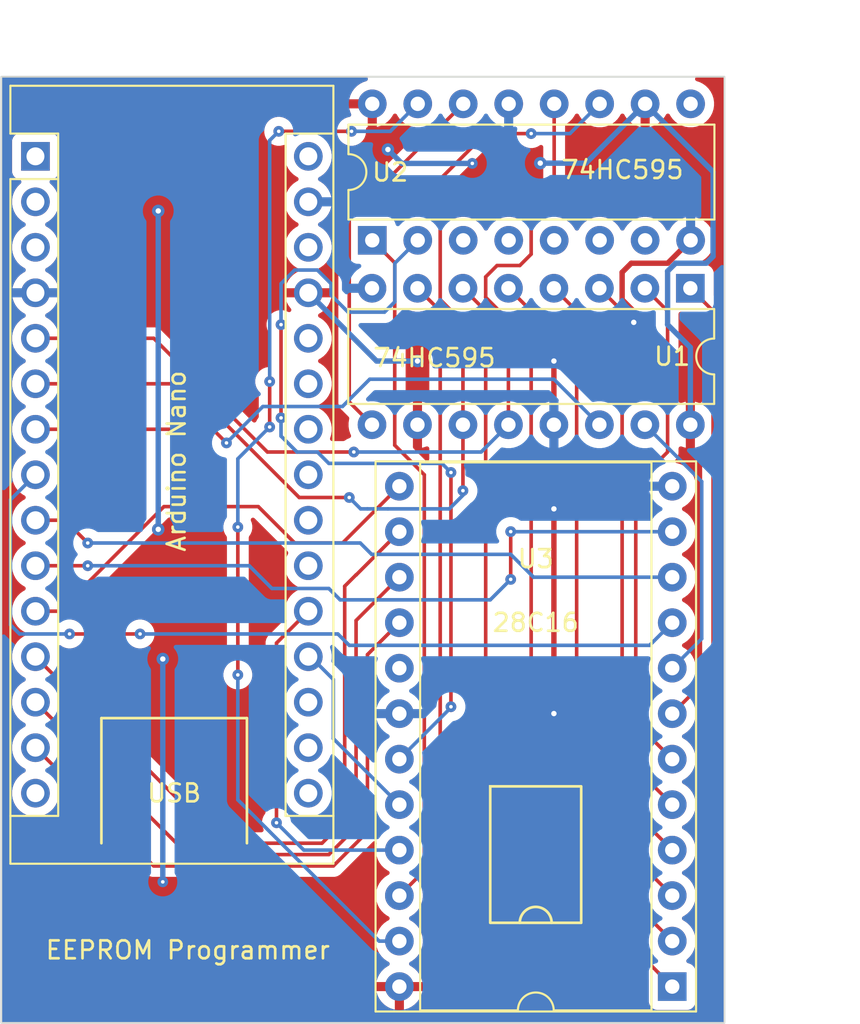
<source format=kicad_pcb>
(kicad_pcb (version 20241229) (generator "pcbnew") (generator_version "9.0")
  (layers (0 "F.Cu" signal) (2 "B.Cu" signal) (13 "F.Paste" user) (15 "B.Paste" user) (5 "F.SilkS" user "F.Silkscreen") (7 "B.SilkS" user "B.Silkscreen") (1 "F.Mask" user) (3 "B.Mask" user) (25 "Edge.Cuts" user))
  (net 0 "")
  (net 4 "GND")
  (net 5 "/clk")
  (net 6 "/latch")
  (net 7 "/data")
  (net 8 "/D0")
  (net 9 "/D1")
  (net 10 "/D2")
  (net 11 "/D3")
  (net 12 "/D4")
  (net 13 "/D5")
  (net 14 "/D6")
  (net 15 "/D7")
  (net 19 "/~{OE}")
  (net 20 "/~{WE}")
  (net 27 "VCC")
  (net 30 "/A1")
  (net 31 "/A2")
  (net 32 "/A3")
  (net 33 "/A4")
  (net 34 "/A5")
  (net 35 "/A6")
  (net 36 "/A7")
  (net 37 "Net-(U1-Pad9)")
  (net 38 "/A0")
  (net 39 "/A9")
  (net 40 "/A10")
  (net 47 "/A8")
  (footprint "Module:Arduino_Nano" (layer "F.Cu") (at 148.717 63.246)
    (property "Reference" "Arduino Nano" (at 7.874 17.018 90) (layer "F.SilkS"))
    (property "Value" "Arduino_Nano_v2.x")
    (fp_line (start -1.4 -3.94) (end -1.4 -1.27) (stroke (width 0.12)) (layer "F.SilkS"))
    (fp_line (start -1.4 1.27) (end -1.4 39.5) (stroke (width 0.12)) (layer "F.SilkS"))
    (fp_line (start -1.4 39.5) (end 16.64 39.5) (stroke (width 0.12)) (layer "F.SilkS"))
    (fp_line (start 1.27 -1.27) (end -1.4 -1.27) (stroke (width 0.12)) (layer "F.SilkS"))
    (fp_line (start 1.27 1.27) (end -1.4 1.27) (stroke (width 0.12)) (layer "F.SilkS"))
    (fp_line (start 1.27 1.27) (end 1.27 -1.27) (stroke (width 0.12)) (layer "F.SilkS"))
    (fp_line (start 1.27 1.27) (end 1.27 36.83) (stroke (width 0.12)) (layer "F.SilkS"))
    (fp_line (start 1.27 36.83) (end -1.4 36.83) (stroke (width 0.12)) (layer "F.SilkS"))
    (fp_line (start 13.97 -1.27) (end 13.97 36.83) (stroke (width 0.12)) (layer "F.SilkS"))
    (fp_line (start 13.97 -1.27) (end 16.64 -1.27) (stroke (width 0.12)) (layer "F.SilkS"))
    (fp_line (start 13.97 36.83) (end 16.64 36.83) (stroke (width 0.12)) (layer "F.SilkS"))
    (fp_line (start 16.64 -3.94) (end -1.4 -3.94) (stroke (width 0.12)) (layer "F.SilkS"))
    (fp_line (start 16.64 39.5) (end 16.64 -3.94) (stroke (width 0.12)) (layer "F.SilkS"))
    (pad "1" thru_hole rect (at 0 0) (size 1.6 1.6) (drill 1) (layers "*.Cu" "*.Mask"))
    (pad "2" thru_hole oval (at 0 2.54) (size 1.6 1.6) (drill 1) (layers "*.Cu" "*.Mask"))
    (pad "3" thru_hole oval (at 0 5.08) (size 1.6 1.6) (drill 1) (layers "*.Cu" "*.Mask"))
    (pad "4" thru_hole oval (at 0 7.62) (size 1.6 1.6) (drill 1) (layers "*.Cu" "*.Mask") (net 4 "GND"))
    (pad "5" thru_hole oval (at 0 10.16) (size 1.6 1.6) (drill 1) (layers "*.Cu" "*.Mask") (net 5 "/clk"))
    (pad "6" thru_hole oval (at 0 12.7) (size 1.6 1.6) (drill 1) (layers "*.Cu" "*.Mask") (net 6 "/latch"))
    (pad "7" thru_hole oval (at 0 15.24) (size 1.6 1.6) (drill 1) (layers "*.Cu" "*.Mask") (net 7 "/data"))
    (pad "8" thru_hole oval (at 0 17.78) (size 1.6 1.6) (drill 1) (layers "*.Cu" "*.Mask") (net 8 "/D0"))
    (pad "9" thru_hole oval (at 0 20.32) (size 1.6 1.6) (drill 1) (layers "*.Cu" "*.Mask") (net 9 "/D1"))
    (pad "10" thru_hole oval (at 0 22.86) (size 1.6 1.6) (drill 1) (layers "*.Cu" "*.Mask") (net 10 "/D2"))
    (pad "11" thru_hole oval (at 0 25.4) (size 1.6 1.6) (drill 1) (layers "*.Cu" "*.Mask") (net 11 "/D3"))
    (pad "12" thru_hole oval (at 0 27.94) (size 1.6 1.6) (drill 1) (layers "*.Cu" "*.Mask") (net 12 "/D4"))
    (pad "13" thru_hole oval (at 0 30.48) (size 1.6 1.6) (drill 1) (layers "*.Cu" "*.Mask") (net 13 "/D5"))
    (pad "14" thru_hole oval (at 0 33.02) (size 1.6 1.6) (drill 1) (layers "*.Cu" "*.Mask") (net 14 "/D6"))
    (pad "15" thru_hole oval (at 0 35.56) (size 1.6 1.6) (drill 1) (layers "*.Cu" "*.Mask") (net 15 "/D7"))
    (pad "16" thru_hole oval (at 15.24 35.56) (size 1.6 1.6) (drill 1) (layers "*.Cu" "*.Mask"))
    (pad "17" thru_hole oval (at 15.24 33.02) (size 1.6 1.6) (drill 1) (layers "*.Cu" "*.Mask"))
    (pad "18" thru_hole oval (at 15.24 30.48) (size 1.6 1.6) (drill 1) (layers "*.Cu" "*.Mask"))
    (pad "19" thru_hole oval (at 15.24 27.94) (size 1.6 1.6) (drill 1) (layers "*.Cu" "*.Mask") (net 19 "/~{OE}"))
    (pad "20" thru_hole oval (at 15.24 25.4) (size 1.6 1.6) (drill 1) (layers "*.Cu" "*.Mask") (net 20 "/~{WE}"))
    (pad "21" thru_hole oval (at 15.24 22.86) (size 1.6 1.6) (drill 1) (layers "*.Cu" "*.Mask"))
    (pad "22" thru_hole oval (at 15.24 20.32) (size 1.6 1.6) (drill 1) (layers "*.Cu" "*.Mask"))
    (pad "23" thru_hole oval (at 15.24 17.78) (size 1.6 1.6) (drill 1) (layers "*.Cu" "*.Mask"))
    (pad "24" thru_hole oval (at 15.24 15.24) (size 1.6 1.6) (drill 1) (layers "*.Cu" "*.Mask"))
    (pad "25" thru_hole oval (at 15.24 12.7) (size 1.6 1.6) (drill 1) (layers "*.Cu" "*.Mask"))
    (pad "26" thru_hole oval (at 15.24 10.16) (size 1.6 1.6) (drill 1) (layers "*.Cu" "*.Mask"))
    (pad "27" thru_hole oval (at 15.24 7.62) (size 1.6 1.6) (drill 1) (layers "*.Cu" "*.Mask") (net 27 "VCC"))
    (pad "28" thru_hole oval (at 15.24 5.08) (size 1.6 1.6) (drill 1) (layers "*.Cu" "*.Mask"))
    (pad "29" thru_hole oval (at 15.24 2.54) (size 1.6 1.6) (drill 1) (layers "*.Cu" "*.Mask") (net 4 "GND"))
    (pad "30" thru_hole oval (at 15.24 0) (size 1.6 1.6) (drill 1) (layers "*.Cu" "*.Mask"))
  )
  (footprint "Package_DIP:DIP-24_W15.24mm_Socket" (layer "F.Cu") (at 184.282 109.606 180)
    (property "Reference" "U3" (at 7.625 23.881 0) (layer "F.SilkS"))
    (property "Value" "28C16_EEPROM")
    (fp_line (start 16.57 29.33) (end 16.57 -1.39) (stroke (width 0.12)) (layer "F.SilkS"))
    (fp_line (start 16.57 -1.39) (end -1.33 -1.39) (stroke (width 0.12)) (layer "F.SilkS"))
    (fp_line (start 14.08 29.27) (end 14.08 -1.33) (stroke (width 0.12)) (layer "F.SilkS"))
    (fp_line (start 14.08 -1.33) (end 8.62 -1.33) (stroke (width 0.12)) (layer "F.SilkS"))
    (fp_line (start 6.62 -1.33) (end 1.16 -1.33) (stroke (width 0.12)) (layer "F.SilkS"))
    (fp_line (start 1.16 29.27) (end 14.08 29.27) (stroke (width 0.12)) (layer "F.SilkS"))
    (fp_line (start 1.16 -1.33) (end 1.16 29.27) (stroke (width 0.12)) (layer "F.SilkS"))
    (fp_line (start -1.33 29.33) (end 16.57 29.33) (stroke (width 0.12)) (layer "F.SilkS"))
    (fp_line (start -1.33 -1.39) (end -1.33 29.33) (stroke (width 0.12)) (layer "F.SilkS"))
    (fp_arc (start 8.62 -1.33) (mid 7.62 -0.33) (end 6.62 -1.33) (stroke (width 0.12)) (layer "F.SilkS"))
    (pad "1" thru_hole rect (at 0 0 180) (size 1.6 1.6) (drill 0.8) (layers "*.Cu" "*.Mask") (net 36 "/A7"))
    (pad "2" thru_hole oval (at 0 2.54 180) (size 1.6 1.6) (drill 0.8) (layers "*.Cu" "*.Mask") (net 35 "/A6"))
    (pad "3" thru_hole oval (at 0 5.08 180) (size 1.6 1.6) (drill 0.8) (layers "*.Cu" "*.Mask") (net 34 "/A5"))
    (pad "4" thru_hole oval (at 0 7.62 180) (size 1.6 1.6) (drill 0.8) (layers "*.Cu" "*.Mask") (net 33 "/A4"))
    (pad "5" thru_hole oval (at 0 10.16 180) (size 1.6 1.6) (drill 0.8) (layers "*.Cu" "*.Mask") (net 32 "/A3"))
    (pad "6" thru_hole oval (at 0 12.7 180) (size 1.6 1.6) (drill 0.8) (layers "*.Cu" "*.Mask") (net 31 "/A2"))
    (pad "7" thru_hole oval (at 0 15.24 180) (size 1.6 1.6) (drill 0.8) (layers "*.Cu" "*.Mask") (net 30 "/A1"))
    (pad "8" thru_hole oval (at 0 17.78 180) (size 1.6 1.6) (drill 0.8) (layers "*.Cu" "*.Mask") (net 38 "/A0"))
    (pad "9" thru_hole oval (at 0 20.32 180) (size 1.6 1.6) (drill 0.8) (layers "*.Cu" "*.Mask") (net 8 "/D0"))
    (pad "10" thru_hole oval (at 0 22.86 180) (size 1.6 1.6) (drill 0.8) (layers "*.Cu" "*.Mask") (net 9 "/D1"))
    (pad "11" thru_hole oval (at 0 25.4 180) (size 1.6 1.6) (drill 0.8) (layers "*.Cu" "*.Mask") (net 10 "/D2"))
    (pad "12" thru_hole oval (at 0 27.94 180) (size 1.6 1.6) (drill 0.8) (layers "*.Cu" "*.Mask") (net 4 "GND"))
    (pad "13" thru_hole oval (at 15.24 27.94 180) (size 1.6 1.6) (drill 0.8) (layers "*.Cu" "*.Mask") (net 11 "/D3"))
    (pad "14" thru_hole oval (at 15.24 25.4 180) (size 1.6 1.6) (drill 0.8) (layers "*.Cu" "*.Mask") (net 12 "/D4"))
    (pad "15" thru_hole oval (at 15.24 22.86 180) (size 1.6 1.6) (drill 0.8) (layers "*.Cu" "*.Mask") (net 13 "/D5"))
    (pad "16" thru_hole oval (at 15.24 20.32 180) (size 1.6 1.6) (drill 0.8) (layers "*.Cu" "*.Mask") (net 14 "/D6"))
    (pad "17" thru_hole oval (at 15.24 17.78 180) (size 1.6 1.6) (drill 0.8) (layers "*.Cu" "*.Mask"))
    (pad "18" thru_hole oval (at 15.24 15.24 180) (size 1.6 1.6) (drill 0.8) (layers "*.Cu" "*.Mask") (net 4 "GND"))
    (pad "19" thru_hole oval (at 15.24 12.7 180) (size 1.6 1.6) (drill 0.8) (layers "*.Cu" "*.Mask") (net 40 "/A10"))
    (pad "20" thru_hole oval (at 15.24 10.16 180) (size 1.6 1.6) (drill 0.8) (layers "*.Cu" "*.Mask") (net 19 "/~{OE}"))
    (pad "21" thru_hole oval (at 15.24 7.62 180) (size 1.6 1.6) (drill 0.8) (layers "*.Cu" "*.Mask") (net 20 "/~{WE}"))
    (pad "22" thru_hole oval (at 15.24 5.08 180) (size 1.6 1.6) (drill 0.8) (layers "*.Cu" "*.Mask") (net 39 "/A9"))
    (pad "23" thru_hole oval (at 15.24 2.54 180) (size 1.6 1.6) (drill 0.8) (layers "*.Cu" "*.Mask") (net 47 "/A8"))
    (pad "24" thru_hole oval (at 15.24 0 180) (size 1.6 1.6) (drill 0.8) (layers "*.Cu" "*.Mask") (net 27 "VCC"))
  )
  (footprint "Package_DIP:DIP-16_W7.62mm" (layer "F.Cu") (at 167.528 67.935 90)
    (property "Reference" "U2" (at 3.8 1.001 180) (layer "F.SilkS"))
    (property "Value" "74HC595")
    (fp_line (start 6.46 -1.33) (end 4.81 -1.33) (stroke (width 0.12)) (layer "F.SilkS"))
    (fp_line (start 2.81 -1.33) (end 1.16 -1.33) (stroke (width 0.12)) (layer "F.SilkS"))
    (fp_line (start 1.16 -1.33) (end 1.16 19.11) (stroke (width 0.12)) (layer "F.SilkS"))
    (fp_line (start 6.46 19.11) (end 6.46 -1.33) (stroke (width 0.12)) (layer "F.SilkS"))
    (fp_line (start 1.16 19.11) (end 6.46 19.11) (stroke (width 0.12)) (layer "F.SilkS"))
    (fp_arc (start 4.81 -1.33) (mid 3.81 -0.33) (end 2.81 -1.33) (stroke (width 0.12)) (layer "F.SilkS"))
    (pad "1" thru_hole rect (at 0 0 90) (size 1.6 1.6) (drill 0.8) (layers "*.Cu" "*.Mask") (net 39 "/A9"))
    (pad "2" thru_hole oval (at 0 2.54 90) (size 1.6 1.6) (drill 0.8) (layers "*.Cu" "*.Mask") (net 40 "/A10"))
    (pad "3" thru_hole oval (at 0 5.08 90) (size 1.6 1.6) (drill 0.8) (layers "*.Cu" "*.Mask"))
    (pad "4" thru_hole oval (at 0 7.62 90) (size 1.6 1.6) (drill 0.8) (layers "*.Cu" "*.Mask"))
    (pad "5" thru_hole oval (at 0 10.16 90) (size 1.6 1.6) (drill 0.8) (layers "*.Cu" "*.Mask"))
    (pad "6" thru_hole oval (at 0 12.7 90) (size 1.6 1.6) (drill 0.8) (layers "*.Cu" "*.Mask"))
    (pad "7" thru_hole oval (at 0 15.24 90) (size 1.6 1.6) (drill 0.8) (layers "*.Cu" "*.Mask"))
    (pad "8" thru_hole oval (at 0 17.78 90) (size 1.6 1.6) (drill 0.8) (layers "*.Cu" "*.Mask") (net 4 "GND"))
    (pad "9" thru_hole oval (at 7.62 17.78 90) (size 1.6 1.6) (drill 0.8) (layers "*.Cu" "*.Mask"))
    (pad "10" thru_hole oval (at 7.62 15.24 90) (size 1.6 1.6) (drill 0.8) (layers "*.Cu" "*.Mask") (net 27 "VCC"))
    (pad "11" thru_hole oval (at 7.62 12.7 90) (size 1.6 1.6) (drill 0.8) (layers "*.Cu" "*.Mask") (net 6 "/latch"))
    (pad "12" thru_hole oval (at 7.62 10.16 90) (size 1.6 1.6) (drill 0.8) (layers "*.Cu" "*.Mask") (net 5 "/clk"))
    (pad "13" thru_hole oval (at 7.62 7.62 90) (size 1.6 1.6) (drill 0.8) (layers "*.Cu" "*.Mask") (net 4 "GND"))
    (pad "14" thru_hole oval (at 7.62 5.08 90) (size 1.6 1.6) (drill 0.8) (layers "*.Cu" "*.Mask") (net 37 "Net-(U1-Pad9)"))
    (pad "15" thru_hole oval (at 7.62 2.54 90) (size 1.6 1.6) (drill 0.8) (layers "*.Cu" "*.Mask") (net 47 "/A8"))
    (pad "16" thru_hole oval (at 7.62 0 90) (size 1.6 1.6) (drill 0.8) (layers "*.Cu" "*.Mask") (net 27 "VCC"))
  )
  (footprint "Package_DIP:DIP-16_W7.62mm" (layer "F.Cu") (at 185.293 70.612 -90)
    (property "Reference" "U1" (at 3.81 1.016 180) (layer "F.SilkS"))
    (property "Value" "74HC595")
    (fp_line (start 1.16 19.11) (end 6.46 19.11) (stroke (width 0.12)) (layer "F.SilkS"))
    (fp_line (start 6.46 19.11) (end 6.46 -1.33) (stroke (width 0.12)) (layer "F.SilkS"))
    (fp_line (start 1.16 -1.33) (end 1.16 19.11) (stroke (width 0.12)) (layer "F.SilkS"))
    (fp_line (start 2.81 -1.33) (end 1.16 -1.33) (stroke (width 0.12)) (layer "F.SilkS"))
    (fp_line (start 6.46 -1.33) (end 4.81 -1.33) (stroke (width 0.12)) (layer "F.SilkS"))
    (fp_arc (start 4.81 -1.33) (mid 3.81 -0.33) (end 2.81 -1.33) (stroke (width 0.12)) (layer "F.SilkS"))
    (pad "1" thru_hole rect (at 0 0 270) (size 1.6 1.6) (drill 0.8) (layers "*.Cu" "*.Mask") (net 30 "/A1"))
    (pad "2" thru_hole oval (at 0 2.54 270) (size 1.6 1.6) (drill 0.8) (layers "*.Cu" "*.Mask") (net 31 "/A2"))
    (pad "3" thru_hole oval (at 0 5.08 270) (size 1.6 1.6) (drill 0.8) (layers "*.Cu" "*.Mask") (net 32 "/A3"))
    (pad "4" thru_hole oval (at 0 7.62 270) (size 1.6 1.6) (drill 0.8) (layers "*.Cu" "*.Mask") (net 33 "/A4"))
    (pad "5" thru_hole oval (at 0 10.16 270) (size 1.6 1.6) (drill 0.8) (layers "*.Cu" "*.Mask") (net 34 "/A5"))
    (pad "6" thru_hole oval (at 0 12.7 270) (size 1.6 1.6) (drill 0.8) (layers "*.Cu" "*.Mask") (net 35 "/A6"))
    (pad "7" thru_hole oval (at 0 15.24 270) (size 1.6 1.6) (drill 0.8) (layers "*.Cu" "*.Mask") (net 36 "/A7"))
    (pad "8" thru_hole oval (at 0 17.78 270) (size 1.6 1.6) (drill 0.8) (layers "*.Cu" "*.Mask") (net 4 "GND"))
    (pad "9" thru_hole oval (at 7.62 17.78 270) (size 1.6 1.6) (drill 0.8) (layers "*.Cu" "*.Mask") (net 37 "Net-(U1-Pad9)"))
    (pad "10" thru_hole oval (at 7.62 15.24 270) (size 1.6 1.6) (drill 0.8) (layers "*.Cu" "*.Mask") (net 27 "VCC"))
    (pad "11" thru_hole oval (at 7.62 12.7 270) (size 1.6 1.6) (drill 0.8) (layers "*.Cu" "*.Mask") (net 6 "/latch"))
    (pad "12" thru_hole oval (at 7.62 10.16 270) (size 1.6 1.6) (drill 0.8) (layers "*.Cu" "*.Mask") (net 5 "/clk"))
    (pad "13" thru_hole oval (at 7.62 7.62 270) (size 1.6 1.6) (drill 0.8) (layers "*.Cu" "*.Mask") (net 4 "GND"))
    (pad "14" thru_hole oval (at 7.62 5.08 270) (size 1.6 1.6) (drill 0.8) (layers "*.Cu" "*.Mask") (net 7 "/data"))
    (pad "15" thru_hole oval (at 7.62 2.54 270) (size 1.6 1.6) (drill 0.8) (layers "*.Cu" "*.Mask") (net 38 "/A0"))
    (pad "16" thru_hole oval (at 7.62 0 270) (size 1.6 1.6) (drill 0.8) (layers "*.Cu" "*.Mask") (net 27 "VCC"))
  )
  (gr_rect (start 174.117 98.425) (end 179.197 106.045) (stroke (width 0.15)) (fill no) (layer "F.SilkS"))
  (gr_line (start 160.528 94.615) (end 160.528 101.6) (stroke (width 0.15)) (layer "F.SilkS"))
  (gr_arc (start 175.768 106.045) (mid 176.657 105.156) (end 177.546 106.045) (stroke (width 0.15)) (layer "F.SilkS"))
  (gr_line (start 152.4 94.615) (end 160.528 94.615) (stroke (width 0.15)) (layer "F.SilkS"))
  (gr_line (start 152.4 101.6) (end 152.4 94.615) (stroke (width 0.15)) (layer "F.SilkS"))
  (gr_rect (start 146.812 58.801) (end 187.198 111.633) (stroke (width 0.1)) (fill no) (layer "Edge.Cuts"))
  (gr_text "USB" (at 156.464 98.806 0) (layer "F.SilkS") (effects (font (size 1 1))))
  (gr_text "74HC595" (at 171 74.5 0) (layer "F.SilkS") (effects (font (size 1 1))))
  (gr_text "28C16\n" (at 176.657 89.281 0) (layer "F.SilkS") (effects (font (size 1 1))))
  (gr_text "EEPROM Programmer" (at 157.226 107.569 0) (layer "F.SilkS") (effects (font (size 1 1))))
  (gr_text "74HC595" (at 181.5 64 0) (layer "F.SilkS") (effects (font (size 1 1))))
  (segment (start 177.673 82.931) (end 177.673 94.361) (width 0.3) (layer "F.Cu") (net 4))
  (segment (start 182.1325 71.895783) (end 182.1325 72.517) (width 0.3) (layer "F.Cu") (net 4))
  (segment (start 177.673 78.232) (end 177.673 74.676) (width 0.3) (layer "F.Cu") (net 4))
  (segment (start 181.483 71.246282) (end 182.1325 71.895783) (width 0.3) (layer "F.Cu") (net 4))
  (segment (start 181.483 69.723) (end 181.483 71.246282) (width 0.3) (layer "F.Cu") (net 4))
  (segment (start 184.028 69.215) (end 181.991 69.215) (width 0.3) (layer "F.Cu") (net 4))
  (segment (start 185.308 67.935) (end 184.028 69.215) (width 0.3) (layer "F.Cu") (net 4))
  (segment (start 181.991 69.215) (end 181.483 69.723) (width 0.3) (layer "F.Cu") (net 4))
  (via (at 177.673 74.676) (size 0.7) (drill 0.3) (layers "F.Cu" "B.Cu") (net 4))
  (via (at 177.673 94.361) (size 0.7) (drill 0.3) (layers "F.Cu" "B.Cu") (net 4))
  (via (at 177.673 82.931) (size 0.7) (drill 0.3) (layers "F.Cu" "B.Cu") (net 4))
  (via (at 182.1325 72.517) (size 0.7) (drill 0.3) (layers "F.Cu" "B.Cu") (net 4))
  (segment (start 175.133 72.39) (end 175.133 78.232) (width 0.2) (layer "F.Cu") (net 5))
  (segment (start 177.688 60.315) (end 177.688 65.644) (width 0.2) (layer "F.Cu") (net 5))
  (segment (start 173.863 71.12) (end 175.133 72.39) (width 0.2) (layer "F.Cu") (net 5))
  (segment (start 175.768 69.342) (end 174.498 69.342) (width 0.2) (layer "F.Cu") (net 5))
  (segment (start 155.321 73.406) (end 161.671 79.756) (width 0.2) (layer "F.Cu") (net 5))
  (segment (start 177.688 65.644) (end 176.403 66.929) (width 0.2) (layer "F.Cu") (net 5))
  (segment (start 174.498 69.342) (end 173.863 69.977) (width 0.2) (layer "F.Cu") (net 5))
  (segment (start 148.717 73.406) (end 155.321 73.406) (width 0.2) (layer "F.Cu") (net 5))
  (segment (start 161.671 79.756) (end 166.497 79.756) (width 0.2) (layer "F.Cu") (net 5))
  (segment (start 176.403 66.929) (end 176.403 68.707) (width 0.2) (layer "F.Cu") (net 5))
  (segment (start 176.403 68.707) (end 175.768 69.342) (width 0.2) (layer "F.Cu") (net 5))
  (segment (start 173.863 69.977) (end 173.863 71.12) (width 0.2) (layer "F.Cu") (net 5))
  (via (at 166.497 79.756) (size 0.6) (drill 0.2) (layers "F.Cu" "B.Cu") (net 5))
  (segment (start 166.497 79.756) (end 173.609 79.756) (width 0.2) (layer "B.Cu") (net 5))
  (segment (start 173.609 79.756) (end 175.133 78.232) (width 0.2) (layer "B.Cu") (net 5))
  (segment (start 157.099 75.946) (end 163.449 82.296) (width 0.2) (layer "F.Cu") (net 6))
  (segment (start 171.323 71.247) (end 171.323 64.516) (width 0.2) (layer "F.Cu") (net 6))
  (segment (start 172.593 72.517) (end 171.323 71.247) (width 0.2) (layer "F.Cu") (net 6))
  (segment (start 172.593 78.232) (end 172.593 72.517) (width 0.2) (layer "F.Cu") (net 6))
  (segment (start 163.449 82.296) (end 166.243 82.296) (width 0.2) (layer "F.Cu") (net 6))
  (segment (start 148.717 75.946) (end 157.099 75.946) (width 0.2) (layer "F.Cu") (net 6))
  (segment (start 172.593 78.232) (end 172.593 81.915) (width 0.2) (layer "F.Cu") (net 6))
  (segment (start 171.323 64.516) (end 173.863 61.976) (width 0.2) (layer "F.Cu") (net 6))
  (segment (start 173.863 61.976) (end 176.403 61.976) (width 0.2) (layer "F.Cu") (net 6))
  (via (at 172.593 81.915) (size 0.6) (drill 0.2) (layers "F.Cu" "B.Cu") (net 6))
  (via (at 176.403 61.976) (size 0.6) (drill 0.2) (layers "F.Cu" "B.Cu") (net 6))
  (via (at 166.243 82.296) (size 0.6) (drill 0.2) (layers "F.Cu" "B.Cu") (net 6))
  (segment (start 172.593 81.915) (end 172.593 82.169) (width 0.2) (layer "B.Cu") (net 6))
  (segment (start 172.593 82.169) (end 171.831 82.931) (width 0.2) (layer "B.Cu") (net 6))
  (segment (start 166.878 82.931) (end 166.243 82.296) (width 0.2) (layer "B.Cu") (net 6))
  (segment (start 178.567 61.976) (end 180.228 60.315) (width 0.2) (layer "B.Cu") (net 6))
  (segment (start 176.403 61.976) (end 178.567 61.976) (width 0.2) (layer "B.Cu") (net 6))
  (segment (start 171.831 82.931) (end 168.402 82.931) (width 0.2) (layer "B.Cu") (net 6))
  (segment (start 167.64 82.931) (end 167.259 82.931) (width 0.2) (layer "B.Cu") (net 6))
  (segment (start 167.259 82.931) (end 166.878 82.931) (width 0.2) (layer "B.Cu") (net 6))
  (segment (start 168.402 82.931) (end 167.64 82.931) (width 0.2) (layer "B.Cu") (net 6))
  (segment (start 158.623 78.486) (end 148.717 78.486) (width 0.2) (layer "F.Cu") (net 7))
  (segment (start 159.385 79.248) (end 158.623 78.486) (width 0.2) (layer "F.Cu") (net 7))
  (via (at 159.385 79.248) (size 0.6) (drill 0.2) (layers "F.Cu" "B.Cu") (net 7))
  (segment (start 159.385 79.248) (end 161.417 77.216) (width 0.2) (layer "B.Cu") (net 7))
  (segment (start 177.673 75.692) (end 180.213 78.232) (width 0.2) (layer "B.Cu") (net 7))
  (segment (start 161.417 77.216) (end 165.862 77.216) (width 0.2) (layer "B.Cu") (net 7))
  (segment (start 165.862 77.216) (end 167.386 75.692) (width 0.2) (layer "B.Cu") (net 7))
  (segment (start 167.386 75.692) (end 177.673 75.692) (width 0.2) (layer "B.Cu") (net 7))
  (segment (start 150.622 89.916) (end 154.559 89.916) (width 0.2) (layer "F.Cu") (net 8))
  (via (at 154.559 89.916) (size 0.6) (drill 0.2) (layers "F.Cu" "B.Cu") (net 8))
  (via (at 150.622 89.916) (size 0.6) (drill 0.2) (layers "F.Cu" "B.Cu") (net 8))
  (segment (start 147.32 82.423) (end 147.32 89.408) (width 0.2) (layer "B.Cu") (net 8))
  (segment (start 148.717 81.026) (end 147.32 82.423) (width 0.2) (layer "B.Cu") (net 8))
  (segment (start 154.559 89.916) (end 165.608 89.916) (width 0.2) (layer "B.Cu") (net 8))
  (segment (start 147.32 89.408) (end 147.828 89.916) (width 0.2) (layer "B.Cu") (net 8))
  (segment (start 166.243 90.551) (end 183.017 90.551) (width 0.2) (layer "B.Cu") (net 8))
  (segment (start 183.017 90.551) (end 184.282 89.286) (width 0.2) (layer "B.Cu") (net 8))
  (segment (start 165.608 89.916) (end 166.243 90.551) (width 0.2) (layer "B.Cu") (net 8))
  (segment (start 147.828 89.916) (end 150.622 89.916) (width 0.2) (layer "B.Cu") (net 8))
  (segment (start 150.368 83.566) (end 148.717 83.566) (width 0.2) (layer "F.Cu") (net 9))
  (segment (start 151.638 84.836) (end 150.368 83.566) (width 0.2) (layer "F.Cu") (net 9))
  (via (at 151.638 84.836) (size 0.6) (drill 0.2) (layers "F.Cu" "B.Cu") (net 9))
  (segment (start 166.857056 84.836) (end 167.492056 85.471) (width 0.2) (layer "B.Cu") (net 9))
  (segment (start 151.892 84.836) (end 166.857056 84.836) (width 0.2) (layer "B.Cu") (net 9))
  (segment (start 167.492056 85.471) (end 175.26 85.471) (width 0.2) (layer "B.Cu") (net 9))
  (segment (start 175.26 85.471) (end 176.535 86.746) (width 0.2) (layer "B.Cu") (net 9))
  (segment (start 176.535 86.746) (end 184.282 86.746) (width 0.2) (layer "B.Cu") (net 9))
  (segment (start 151.892 84.836) (end 151.638 84.836) (width 0.2) (layer "B.Cu") (net 9))
  (segment (start 151.638 86.106) (end 148.717 86.106) (width 0.2) (layer "F.Cu") (net 10))
  (segment (start 175.26 84.328) (end 175.26 84.201) (width 0.2) (layer "F.Cu") (net 10))
  (segment (start 175.26 86.868) (end 175.26 84.328) (width 0.2) (layer "F.Cu") (net 10))
  (via (at 175.26 86.868) (size 0.6) (drill 0.2) (layers "F.Cu" "B.Cu") (net 10))
  (via (at 175.26 84.201) (size 0.6) (drill 0.2) (layers "F.Cu" "B.Cu") (net 10))
  (via (at 151.638 86.106) (size 0.6) (drill 0.2) (layers "F.Cu" "B.Cu") (net 10))
  (segment (start 165.1 87.376) (end 165.735 88.011) (width 0.2) (layer "B.Cu") (net 10))
  (segment (start 175.265 84.206) (end 184.282 84.206) (width 0.2) (layer "B.Cu") (net 10))
  (segment (start 160.655 86.106) (end 161.925 87.376) (width 0.2) (layer "B.Cu") (net 10))
  (segment (start 165.735 88.011) (end 174.117 88.011) (width 0.2) (layer "B.Cu") (net 10))
  (segment (start 174.117 88.011) (end 175.26 86.868) (width 0.2) (layer "B.Cu") (net 10))
  (segment (start 151.638 86.106) (end 160.655 86.106) (width 0.2) (layer "B.Cu") (net 10))
  (segment (start 175.26 84.201) (end 175.265 84.206) (width 0.2) (layer "B.Cu") (net 10))
  (segment (start 161.925 87.376) (end 165.1 87.376) (width 0.2) (layer "B.Cu") (net 10))
  (segment (start 155.8925 82.804) (end 161.163 82.804) (width 0.2) (layer "F.Cu") (net 11))
  (segment (start 163.195 84.836) (end 165.872 84.836) (width 0.2) (layer "F.Cu") (net 11))
  (segment (start 165.872 84.836) (end 169.042 81.666) (width 0.2) (layer "F.Cu") (net 11))
  (segment (start 150.0505 88.646) (end 155.8925 82.804) (width 0.2) (layer "F.Cu") (net 11))
  (segment (start 148.717 88.646) (end 150.0505 88.646) (width 0.2) (layer "F.Cu") (net 11))
  (segment (start 161.163 82.804) (end 163.195 84.836) (width 0.2) (layer "F.Cu") (net 11))
  (segment (start 166.624 86.614) (end 166.634 86.614) (width 0.2) (layer "F.Cu") (net 12))
  (segment (start 164.719 101.6) (end 165.989 100.33) (width 0.2) (layer "F.Cu") (net 12))
  (segment (start 166.634 86.614) (end 169.042 84.206) (width 0.2) (layer "F.Cu") (net 12))
  (segment (start 165.989 100.33) (end 165.989 87.249) (width 0.2) (layer "F.Cu") (net 12))
  (segment (start 165.989 87.249) (end 166.624 86.614) (width 0.2) (layer "F.Cu") (net 12))
  (segment (start 148.717 91.186) (end 159.131 101.6) (width 0.2) (layer "F.Cu") (net 12))
  (segment (start 159.131 101.6) (end 164.719 101.6) (width 0.2) (layer "F.Cu") (net 12))
  (segment (start 166.624 89.164) (end 166.624 100.711) (width 0.2) (layer "F.Cu") (net 13))
  (segment (start 169.042 86.746) (end 166.624 89.164) (width 0.2) (layer "F.Cu") (net 13))
  (segment (start 157.226 102.235) (end 148.717 93.726) (width 0.2) (layer "F.Cu") (net 13))
  (segment (start 166.624 100.711) (end 165.1 102.235) (width 0.2) (layer "F.Cu") (net 13))
  (segment (start 165.1 102.235) (end 157.226 102.235) (width 0.2) (layer "F.Cu") (net 13))
  (segment (start 155.321 102.87) (end 165.354 102.87) (width 0.2) (layer "F.Cu") (net 14))
  (segment (start 148.717 96.266) (end 155.321 102.87) (width 0.2) (layer "F.Cu") (net 14))
  (segment (start 167.259 91.069) (end 169.042 89.286) (width 0.2) (layer "F.Cu") (net 14))
  (segment (start 165.354 102.87) (end 167.259 100.965) (width 0.2) (layer "F.Cu") (net 14))
  (segment (start 167.259 100.965) (end 167.259 91.069) (width 0.2) (layer "F.Cu") (net 14))
  (segment (start 165.354 92.456) (end 165.354 95.758) (width 0.2) (layer "B.Cu") (net 19))
  (segment (start 163.957 91.186) (end 164.084 91.186) (width 0.2) (layer "B.Cu") (net 19))
  (segment (start 165.354 95.758) (end 169.042 99.446) (width 0.2) (layer "B.Cu") (net 19))
  (segment (start 164.084 91.186) (end 165.354 92.456) (width 0.2) (layer "B.Cu") (net 19))
  (segment (start 162.179 90.424) (end 162.179 100.457) (width 0.2) (layer "F.Cu") (net 20))
  (segment (start 163.957 88.646) (end 162.179 90.424) (width 0.2) (layer "F.Cu") (net 20))
  (via (at 162.179 100.457) (size 0.6) (drill 0.2) (layers "F.Cu" "B.Cu") (net 20))
  (segment (start 162.179 100.457) (end 163.708 101.986) (width 0.2) (layer "B.Cu") (net 20))
  (segment (start 163.708 101.986) (end 169.042 101.986) (width 0.2) (layer "B.Cu") (net 20))
  (segment (start 176.896233 63.641767) (end 176.911 63.627) (width 0.3) (layer "F.Cu") (net 27))
  (segment (start 155.575 91.059) (end 155.575 84.074) (width 0.3) (layer "F.Cu") (net 27))
  (segment (start 170.053 78.232) (end 170.053 74.676) (width 0.3) (layer "F.Cu") (net 27))
  (segment (start 173.115767 63.641767) (end 176.896233 63.641767) (width 0.3) (layer "F.Cu") (net 27))
  (segment (start 155.829 91.313) (end 155.575 91.059) (width 0.3) (layer "F.Cu") (net 27))
  (via (at 155.575 84.074) (size 0.7) (drill 0.3) (layers "F.Cu" "B.Cu") (net 27))
  (via (at 168.402 62.865) (size 0.7) (drill 0.3) (layers "F.Cu" "B.Cu") (net 27))
  (via (at 173.115767 63.641767) (size 0.6) (drill 0.2) (layers "F.Cu" "B.Cu") (net 27))
  (via (at 155.829 91.313) (size 0.7) (drill 0.3) (layers "F.Cu" "B.Cu") (net 27))
  (via (at 155.829 103.759) (size 0.6) (drill 0.2) (layers "F.Cu" "B.Cu") (net 27))
  (via (at 155.575 66.294) (size 0.7) (drill 0.3) (layers "F.Cu" "B.Cu") (net 27))
  (via (at 170.053 74.676) (size 0.7) (drill 0.3) (layers "F.Cu" "B.Cu") (net 27))
  (via (at 176.911 63.627) (size 0.7) (drill 0.3) (layers "F.Cu" "B.Cu") (net 27))
  (segment (start 184.4675 69.215) (end 186.182 69.215) (width 0.3) (layer "B.Cu") (net 27))
  (segment (start 167.767 74.676) (end 163.957 70.866) (width 0.3) (layer "B.Cu") (net 27))
  (segment (start 186.182 69.215) (end 186.563 68.834) (width 0.3) (layer "B.Cu") (net 27))
  (segment (start 184.023 72.644) (end 184.023 69.6595) (width 0.3) (layer "B.Cu") (net 27))
  (segment (start 176.911 63.627) (end 179.456 63.627) (width 0.3) (layer "B.Cu") (net 27))
  (segment (start 184.023 69.6595) (end 184.4675 69.215) (width 0.3) (layer "B.Cu") (net 27))
  (segment (start 170.053 74.676) (end 167.767 74.676) (width 0.3) (layer "B.Cu") (net 27))
  (segment (start 185.293 73.914) (end 184.023 72.644) (width 0.3) (layer "B.Cu") (net 27))
  (segment (start 169.178767 63.641767) (end 168.402 62.865) (width 0.3) (layer "B.Cu") (net 27))
  (segment (start 155.575 84.074) (end 155.575 66.294) (width 0.3) (layer "B.Cu") (net 27))
  (segment (start 186.563 64.11) (end 182.768 60.315) (width 0.3) (layer "B.Cu") (net 27))
  (segment (start 179.456 63.627) (end 182.768 60.315) (width 0.3) (layer "B.Cu") (net 27))
  (segment (start 185.293 78.232) (end 185.293 73.914) (width 0.3) (layer "B.Cu") (net 27))
  (segment (start 186.563 68.834) (end 186.563 64.11) (width 0.3) (layer "B.Cu") (net 27))
  (segment (start 155.829 103.759) (end 155.829 91.313) (width 0.3) (layer "B.Cu") (net 27))
  (segment (start 173.115767 63.641767) (end 169.178767 63.641767) (width 0.3) (layer "B.Cu") (net 27))
  (segment (start 186.563 71.882) (end 186.563 92.085) (width 0.2) (layer "F.Cu") (net 30))
  (segment (start 185.293 70.612) (end 186.563 71.882) (width 0.2) (layer "F.Cu") (net 30))
  (segment (start 186.563 92.085) (end 184.282 94.366) (width 0.2) (layer "F.Cu") (net 30))
  (segment (start 182.245 94.869) (end 184.282 96.906) (width 0.2) (layer "F.Cu") (net 31))
  (segment (start 184.023 79.756) (end 182.245 81.534) (width 0.2) (layer "F.Cu") (net 31))
  (segment (start 182.245 81.534) (end 182.245 94.869) (width 0.2) (layer "F.Cu") (net 31))
  (segment (start 182.753 70.612) (end 184.023 71.882) (width 0.2) (layer "F.Cu") (net 31))
  (segment (start 184.023 71.882) (end 184.023 79.756) (width 0.2) (layer "F.Cu") (net 31))
  (segment (start 181.483 96.647) (end 184.282 99.446) (width 0.2) (layer "F.Cu") (net 32))
  (segment (start 180.213 70.612) (end 181.483 71.882) (width 0.2) (layer "F.Cu") (net 32))
  (segment (start 181.483 71.882) (end 181.483 96.647) (width 0.2) (layer "F.Cu") (net 32))
  (segment (start 178.943 96.647) (end 178.943 71.882) (width 0.2) (layer "F.Cu") (net 33))
  (segment (start 184.282 101.986) (end 178.943 96.647) (width 0.2) (layer "F.Cu") (net 33))
  (segment (start 178.943 71.882) (end 177.673 70.612) (width 0.2) (layer "F.Cu") (net 33))
  (segment (start 175.133 70.612) (end 176.403 71.882) (width 0.2) (layer "F.Cu") (net 34))
  (segment (start 176.403 96.647) (end 184.282 104.526) (width 0.2) (layer "F.Cu") (net 34))
  (segment (start 176.403 71.882) (end 176.403 96.647) (width 0.2) (layer "F.Cu") (net 34))
  (segment (start 173.863 96.647) (end 184.282 107.066) (width 0.2) (layer "F.Cu") (net 35))
  (segment (start 173.863 71.882) (end 173.863 96.647) (width 0.2) (layer "F.Cu") (net 35))
  (segment (start 172.593 70.612) (end 173.863 71.882) (width 0.2) (layer "F.Cu") (net 35))
  (segment (start 171.323 96.647) (end 171.323 71.882) (width 0.2) (layer "F.Cu") (net 36))
  (segment (start 184.282 109.606) (end 171.323 96.647) (width 0.2) (layer "F.Cu") (net 36))
  (segment (start 171.323 71.882) (end 170.053 70.612) (width 0.2) (layer "F.Cu") (net 36))
  (segment (start 172.608 60.315) (end 166.243 66.68) (width 0.2) (layer "F.Cu") (net 37))
  (segment (start 166.243 76.962) (end 167.513 78.232) (width 0.2) (layer "F.Cu") (net 37))
  (segment (start 166.243 66.68) (end 166.243 76.962) (width 0.2) (layer "F.Cu") (net 37))
  (segment (start 182.753 78.232) (end 185.928 81.407) (width 0.2) (layer "B.Cu") (net 38))
  (segment (start 185.928 81.407) (end 185.928 90.18) (width 0.2) (layer "B.Cu") (net 38))
  (segment (start 185.928 90.18) (end 184.282 91.826) (width 0.2) (layer "B.Cu") (net 38))
  (segment (start 170.434 81.026) (end 170.434 103.134) (width 0.2) (layer "F.Cu") (net 39))
  (segment (start 168.783 69.19) (end 168.783 79.375) (width 0.2) (layer "F.Cu") (net 39))
  (segment (start 167.528 67.935) (end 168.783 69.19) (width 0.2) (layer "F.Cu") (net 39))
  (segment (start 168.783 79.375) (end 170.434 81.026) (width 0.2) (layer "F.Cu") (net 39))
  (segment (start 170.434 103.134) (end 169.042 104.526) (width 0.2) (layer "F.Cu") (net 39))
  (segment (start 162.433 77.851) (end 162.433 72.644) (width 0.2) (layer "F.Cu") (net 40))
  (segment (start 171.9225 93.98) (end 171.9225 80.899) (width 0.2) (layer "F.Cu") (net 40))
  (via (at 171.9225 93.98) (size 0.6) (drill 0.2) (layers "F.Cu" "B.Cu") (net 40))
  (via (at 162.433 72.644) (size 0.6) (drill 0.2) (layers "F.Cu" "B.Cu") (net 40))
  (via (at 171.9225 80.899) (size 0.6) (drill 0.2) (layers "F.Cu" "B.Cu") (net 40))
  (via (at 162.433 77.851) (size 0.6) (drill 0.2) (layers "F.Cu" "B.Cu") (net 40))
  (segment (start 171.4145 80.391) (end 171.9225 80.899) (width 0.2) (layer "B.Cu") (net 40))
  (segment (start 163.195 69.596) (end 162.433 70.358) (width 0.2) (layer "B.Cu") (net 40))
  (segment (start 170.068 67.935) (end 168.788 69.215) (width 0.2) (layer "B.Cu") (net 40))
  (segment (start 164.465 69.596) (end 163.195 69.596) (width 0.2) (layer "B.Cu") (net 40))
  (segment (start 162.433 78.867) (end 163.322 79.756) (width 0.2) (layer "B.Cu") (net 40))
  (segment (start 164.465 79.756) (end 165.1 80.391) (width 0.2) (layer "B.Cu") (net 40))
  (segment (start 171.9225 93.98) (end 171.9225 94.0255) (width 0.2) (layer "B.Cu") (net 40))
  (segment (start 168.2115 71.9455) (end 166.1795 71.9455) (width 0.2) (layer "B.Cu") (net 40))
  (segment (start 165.1 80.391) (end 171.4145 80.391) (width 0.2) (layer "B.Cu") (net 40))
  (segment (start 165.227 70.993) (end 165.227 70.358) (width 0.2) (layer "B.Cu") (net 40))
  (segment (start 163.322 79.756) (end 164.465 79.756) (width 0.2) (layer "B.Cu") (net 40))
  (segment (start 168.788 69.215) (end 168.788 71.369) (width 0.2) (layer "B.Cu") (net 40))
  (segment (start 165.227 70.358) (end 164.465 69.596) (width 0.2) (layer "B.Cu") (net 40))
  (segment (start 171.9225 94.0255) (end 169.042 96.906) (width 0.2) (layer "B.Cu") (net 40))
  (segment (start 162.433 70.358) (end 162.433 72.644) (width 0.2) (layer "B.Cu") (net 40))
  (segment (start 162.433 77.851) (end 162.433 78.867) (width 0.2) (layer "B.Cu") (net 40))
  (segment (start 168.788 71.369) (end 168.2115 71.9455) (width 0.2) (layer "B.Cu") (net 40))
  (segment (start 166.1795 71.9455) (end 165.227 70.993) (width 0.2) (layer "B.Cu") (net 40))
  (segment (start 166.37 61.849) (end 162.306 61.849) (width 0.2) (layer "F.Cu") (net 47))
  (segment (start 160.02 83.947) (end 160.02 92.202) (width 0.2) (layer "F.Cu") (net 47))
  (segment (start 161.798 75.819) (end 161.798 78.359) (width 0.2) (layer "F.Cu") (net 47))
  (via (at 160.02 92.202) (size 0.6) (drill 0.2) (layers "F.Cu" "B.Cu") (net 47))
  (via (at 160.02 83.947) (size 0.6) (drill 0.2) (layers "F.Cu" "B.Cu") (net 47))
  (via (at 161.798 75.819) (size 0.6) (drill 0.2) (layers "F.Cu" "B.Cu") (net 47))
  (via (at 166.37 61.849) (size 0.6) (drill 0.2) (layers "F.Cu" "B.Cu") (net 47))
  (via (at 161.798 78.359) (size 0.6) (drill 0.2) (layers "F.Cu" "B.Cu") (net 47))
  (via (at 162.306 61.849) (size 0.6) (drill 0.2) (layers "F.Cu" "B.Cu") (net 47))
  (segment (start 168.534 61.849) (end 170.068 60.315) (width 0.2) (layer "B.Cu") (net 47))
  (segment (start 161.798 62.357) (end 162.306 61.849) (width 0.2) (layer "B.Cu") (net 47))
  (segment (start 167.91063 107.066) (end 169.042 107.066) (width 0.2) (layer "B.Cu") (net 47))
  (segment (start 161.798 78.359) (end 160.02 80.137) (width 0.2) (layer "B.Cu") (net 47))
  (segment (start 160.02 80.137) (end 160.02 83.947) (width 0.2) (layer "B.Cu") (net 47))
  (segment (start 160.02 99.17537) (end 167.91063 107.066) (width 0.2) (layer "B.Cu") (net 47))
  (segment (start 160.02 92.202) (end 160.02 99.17537) (width 0.2) (layer "B.Cu") (net 47))
  (segment (start 166.37 61.849) (end 168.534 61.849) (width 0.2) (layer "B.Cu") (net 47))
  (segment (start 161.798 75.819) (end 161.798 62.357) (width 0.2) (layer "B.Cu") (net 47))
  (zone (net 27) (net_name "VCC") (layer "F.Cu") (connect_pads (clearance 0.508)) (min_thickness 0.254) (fill yes (thermal_gap 0.508) (thermal_bridge_width 0.508))
    (polygon (pts (xy 187.198 111.633) (xy 146.812 111.633) (xy 146.812 58.801) (xy 187.198 58.801)))
  )
  (zone (net 4) (net_name "GND") (layer "B.Cu") (connect_pads (clearance 0.508)) (min_thickness 0.254) (fill yes (thermal_gap 0.508) (thermal_bridge_width 0.508))
    (polygon (pts (xy 187.198 111.633) (xy 146.812 111.633) (xy 146.812 58.801) (xy 187.198 58.801)))
  )
)
</source>
